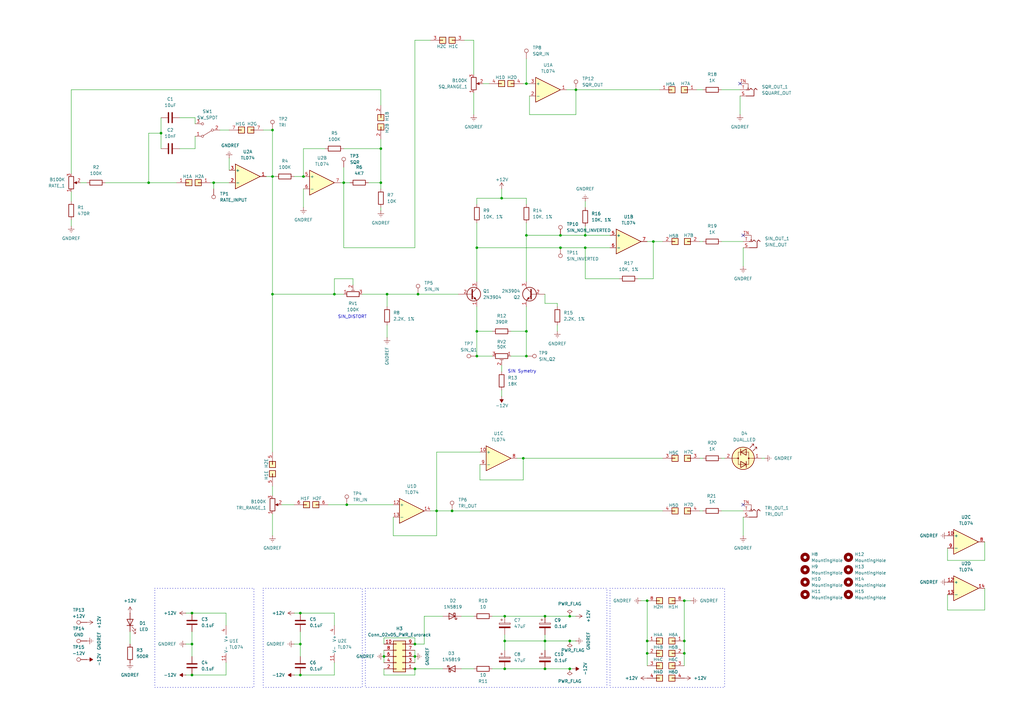
<source format=kicad_sch>
(kicad_sch (version 20231120) (generator "eeschema") (generator_version "8.0")
  (paper "A3")
  (junction (at 207.01 262.89))
  (junction (at 223.52 274.32))
  (junction (at 207.01 274.32))
  (junction (at 195.58 101.6))
  (junction (at 185.42 209.55))
  (junction (at 215.9 146.05))
  (junction (at 240.03 96.52))
  (junction (at 214.63 187.96))
  (junction (at 171.45 120.65))
  (junction (at 123.19 264.16))
  (junction (at 280.67 267.97))
  (junction (at 111.76 53.34))
  (junction (at 223.52 262.89))
  (junction (at 157.48 269.24))
  (junction (at 111.76 120.65))
  (junction (at 156.21 74.93))
  (junction (at 195.58 135.89))
  (junction (at 78.74 276.86))
  (junction (at 229.87 96.52))
  (junction (at 87.63 74.93))
  (junction (at 233.68 274.32))
  (junction (at 215.9 135.89))
  (junction (at 236.22 36.83))
  (junction (at 140.97 74.93))
  (junction (at 215.9 34.29))
  (junction (at 156.21 60.96))
  (junction (at 111.76 72.39))
  (junction (at 267.97 99.06))
  (junction (at 240.03 101.6))
  (junction (at 123.19 276.86))
  (junction (at 158.75 120.65))
  (junction (at 229.87 101.6))
  (junction (at 170.18 274.32))
  (junction (at 170.18 269.24))
  (junction (at 78.74 264.16))
  (junction (at 66.04 54.61))
  (junction (at 124.46 72.39))
  (junction (at 137.16 120.65))
  (junction (at 215.9 96.52))
  (junction (at 78.74 251.46))
  (junction (at 280.67 246.38))
  (junction (at 195.58 146.05))
  (junction (at 170.18 264.16))
  (junction (at 265.43 262.89))
  (junction (at 233.68 252.73))
  (junction (at 265.43 267.97))
  (junction (at 60.96 74.93))
  (junction (at 280.67 262.89))
  (junction (at 223.52 252.73))
  (junction (at 123.19 251.46))
  (junction (at 265.43 246.38))
  (junction (at 205.74 81.28))
  (junction (at 233.68 262.89))
  (junction (at 179.07 209.55))
  (junction (at 207.01 252.73))
  (junction (at 142.24 207.01))
  (no_connect (at 304.8 96.52))
  (no_connect (at 304.8 207.01))
  (no_connect (at 303.53 34.29))
  (wire (pts (xy 137.16 271.78) (xy 137.16 276.86)))
  (wire (pts (xy 215.9 125.73) (xy 215.9 135.89)))
  (wire (pts (xy 142.24 207.01) (xy 161.29 207.01)))
  (wire (pts (xy 287.02 99.06) (xy 288.29 99.06)))
  (wire (pts (xy 295.91 209.55) (xy 304.8 209.55)))
  (wire (pts (xy 76.2 251.46) (xy 78.74 251.46)))
  (wire (pts (xy 228.6 124.46) (xy 223.52 124.46)))
  (wire (pts (xy 156.21 74.93) (xy 156.21 77.47)))
  (wire (pts (xy 170.18 266.7) (xy 170.18 269.24)))
  (wire (pts (xy 205.74 160.02) (xy 205.74 162.56)))
  (wire (pts (xy 120.65 276.86) (xy 123.19 276.86)))
  (wire (pts (xy 115.57 207.01) (xy 120.65 207.01)))
  (wire (pts (xy 195.58 146.05) (xy 195.58 135.89)))
  (wire (pts (xy 111.76 199.39) (xy 111.76 203.2)))
  (wire (pts (xy 265.43 99.06) (xy 267.97 99.06)))
  (wire (pts (xy 214.63 187.96) (xy 212.09 187.96)))
  (wire (pts (xy 215.9 91.44) (xy 215.9 96.52)))
  (wire (pts (xy 173.99 252.73) (xy 181.61 252.73)))
  (wire (pts (xy 196.85 190.5) (xy 196.85 196.85)))
  (wire (pts (xy 185.42 209.55) (xy 271.78 209.55)))
  (wire (pts (xy 217.17 46.99) (xy 236.22 46.99)))
  (wire (pts (xy 312.42 187.96) (xy 313.69 187.96)))
  (wire (pts (xy 195.58 101.6) (xy 195.58 115.57)))
  (wire (pts (xy 207.01 262.89) (xy 207.01 266.7)))
  (wire (pts (xy 170.18 101.6) (xy 170.18 16.51)))
  (wire (pts (xy 137.16 114.3) (xy 137.16 120.65)))
  (wire (pts (xy 207.01 274.32) (xy 223.52 274.32)))
  (wire (pts (xy 240.03 101.6) (xy 240.03 114.3)))
  (wire (pts (xy 173.99 264.16) (xy 170.18 264.16)))
  (wire (pts (xy 140.97 68.58) (xy 140.97 74.93)))
  (wire (pts (xy 66.04 54.61) (xy 66.04 60.96)))
  (wire (pts (xy 144.78 116.84) (xy 144.78 114.3)))
  (wire (pts (xy 201.93 146.05) (xy 195.58 146.05)))
  (wire (pts (xy 158.75 138.43) (xy 158.75 133.35)))
  (wire (pts (xy 403.86 229.87) (xy 403.86 222.25)))
  (wire (pts (xy 195.58 91.44) (xy 195.58 101.6)))
  (wire (pts (xy 43.18 74.93) (xy 60.96 74.93)))
  (wire (pts (xy 90.17 53.34) (xy 93.98 53.34)))
  (wire (pts (xy 123.19 259.08) (xy 123.19 264.16)))
  (wire (pts (xy 170.18 276.86) (xy 170.18 274.32)))
  (wire (pts (xy 123.19 264.16) (xy 123.19 269.24)))
  (wire (pts (xy 215.9 34.29) (xy 217.17 34.29)))
  (wire (pts (xy 156.21 85.09) (xy 156.21 86.36)))
  (wire (pts (xy 140.97 101.6) (xy 170.18 101.6)))
  (wire (pts (xy 170.18 16.51) (xy 176.53 16.51)))
  (wire (pts (xy 233.68 252.73) (xy 236.22 252.73)))
  (wire (pts (xy 87.63 74.93) (xy 93.98 74.93)))
  (wire (pts (xy 86.36 74.93) (xy 87.63 74.93)))
  (wire (pts (xy 124.46 60.96) (xy 124.46 72.39)))
  (wire (pts (xy 265.43 246.38) (xy 265.43 262.89)))
  (wire (pts (xy 262.89 246.38) (xy 265.43 246.38)))
  (wire (pts (xy 229.87 96.52) (xy 240.03 96.52)))
  (wire (pts (xy 280.67 246.38) (xy 280.67 262.89)))
  (wire (pts (xy 240.03 114.3) (xy 254 114.3)))
  (wire (pts (xy 261.62 114.3) (xy 267.97 114.3)))
  (wire (pts (xy 295.91 187.96) (xy 297.18 187.96)))
  (wire (pts (xy 29.21 36.83) (xy 156.21 36.83)))
  (wire (pts (xy 194.31 16.51) (xy 190.5 16.51)))
  (wire (pts (xy 223.52 262.89) (xy 223.52 266.7)))
  (wire (pts (xy 215.9 96.52) (xy 229.87 96.52)))
  (wire (pts (xy 265.43 262.89) (xy 265.43 267.97)))
  (wire (pts (xy 196.85 185.42) (xy 179.07 185.42)))
  (wire (pts (xy 179.07 219.71) (xy 161.29 219.71)))
  (wire (pts (xy 189.23 252.73) (xy 194.31 252.73)))
  (wire (pts (xy 140.97 60.96) (xy 156.21 60.96)))
  (wire (pts (xy 195.58 83.82) (xy 195.58 81.28)))
  (wire (pts (xy 137.16 120.65) (xy 140.97 120.65)))
  (wire (pts (xy 223.52 124.46) (xy 223.52 120.65)))
  (wire (pts (xy 304.8 219.71) (xy 304.8 212.09)))
  (wire (pts (xy 137.16 251.46) (xy 137.16 256.54)))
  (wire (pts (xy 120.65 72.39) (xy 124.46 72.39)))
  (wire (pts (xy 78.74 264.16) (xy 76.2 264.16)))
  (wire (pts (xy 170.18 274.32) (xy 181.61 274.32)))
  (wire (pts (xy 53.34 264.16) (xy 53.34 259.08)))
  (wire (pts (xy 157.48 276.86) (xy 170.18 276.86)))
  (wire (pts (xy 80.01 50.8) (xy 80.01 48.26)))
  (wire (pts (xy 236.22 36.83) (xy 236.22 46.99)))
  (wire (pts (xy 111.76 72.39) (xy 113.03 72.39)))
  (wire (pts (xy 123.19 264.16) (xy 120.65 264.16)))
  (wire (pts (xy 403.86 241.3) (xy 403.86 250.19)))
  (wire (pts (xy 157.48 274.32) (xy 157.48 276.86)))
  (wire (pts (xy 194.31 46.99) (xy 194.31 38.1)))
  (wire (pts (xy 60.96 74.93) (xy 60.96 54.61)))
  (wire (pts (xy 66.04 48.26) (xy 66.04 54.61)))
  (wire (pts (xy 195.58 81.28) (xy 205.74 81.28)))
  (wire (pts (xy 236.22 36.83) (xy 270.51 36.83)))
  (wire (pts (xy 201.93 252.73) (xy 207.01 252.73)))
  (wire (pts (xy 109.22 72.39) (xy 111.76 72.39)))
  (wire (pts (xy 267.97 114.3) (xy 267.97 99.06)))
  (wire (pts (xy 92.71 271.78) (xy 92.71 276.86)))
  (wire (pts (xy 140.97 74.93) (xy 140.97 101.6)))
  (wire (pts (xy 78.74 264.16) (xy 78.74 269.24)))
  (wire (pts (xy 280.67 267.97) (xy 280.67 273.05)))
  (wire (pts (xy 157.48 261.62) (xy 157.48 264.16)))
  (wire (pts (xy 123.19 276.86) (xy 137.16 276.86)))
  (wire (pts (xy 207.01 260.35) (xy 207.01 262.89)))
  (wire (pts (xy 215.9 81.28) (xy 215.9 83.82)))
  (wire (pts (xy 170.18 261.62) (xy 157.48 261.62)))
  (wire (pts (xy 229.87 101.6) (xy 240.03 101.6)))
  (wire (pts (xy 133.35 60.96) (xy 124.46 60.96)))
  (wire (pts (xy 148.59 120.65) (xy 158.75 120.65)))
  (wire (pts (xy 80.01 60.96) (xy 80.01 55.88)))
  (wire (pts (xy 171.45 120.65) (xy 187.96 120.65)))
  (wire (pts (xy 288.29 187.96) (xy 287.02 187.96)))
  (wire (pts (xy 60.96 54.61) (xy 66.04 54.61)))
  (wire (pts (xy 215.9 146.05) (xy 215.9 135.89)))
  (wire (pts (xy 205.74 77.47) (xy 205.74 81.28)))
  (wire (pts (xy 267.97 99.06) (xy 271.78 99.06)))
  (wire (pts (xy 223.52 274.32) (xy 233.68 274.32)))
  (wire (pts (xy 33.02 74.93) (xy 35.56 74.93)))
  (wire (pts (xy 173.99 252.73) (xy 173.99 264.16)))
  (wire (pts (xy 304.8 109.22) (xy 304.8 101.6)))
  (wire (pts (xy 388.62 229.87) (xy 388.62 224.79)))
  (wire (pts (xy 158.75 120.65) (xy 171.45 120.65)))
  (wire (pts (xy 176.53 209.55) (xy 179.07 209.55)))
  (wire (pts (xy 215.9 24.13) (xy 215.9 34.29)))
  (wire (pts (xy 87.63 77.47) (xy 87.63 74.93)))
  (wire (pts (xy 196.85 196.85) (xy 214.63 196.85)))
  (wire (pts (xy 179.07 185.42) (xy 179.07 209.55)))
  (wire (pts (xy 111.76 53.34) (xy 111.76 72.39)))
  (wire (pts (xy 156.21 57.15) (xy 156.21 60.96)))
  (wire (pts (xy 73.66 60.96) (xy 80.01 60.96)))
  (wire (pts (xy 215.9 96.52) (xy 215.9 115.57)))
  (wire (pts (xy 157.48 266.7) (xy 157.48 269.24)))
  (wire (pts (xy 233.68 262.89) (xy 236.22 262.89)))
  (wire (pts (xy 205.74 149.86) (xy 205.74 152.4)))
  (wire (pts (xy 92.71 251.46) (xy 92.71 256.54)))
  (wire (pts (xy 285.75 36.83) (xy 288.29 36.83)))
  (wire (pts (xy 111.76 120.65) (xy 137.16 120.65)))
  (wire (pts (xy 214.63 196.85) (xy 214.63 187.96)))
  (wire (pts (xy 207.01 262.89) (xy 223.52 262.89)))
  (wire (pts (xy 240.03 92.71) (xy 240.03 96.52)))
  (wire (pts (xy 295.91 99.06) (xy 304.8 99.06)))
  (wire (pts (xy 223.52 262.89) (xy 233.68 262.89)))
  (wire (pts (xy 170.18 269.24) (xy 170.18 271.78)))
  (wire (pts (xy 189.23 274.32) (xy 194.31 274.32)))
  (wire (pts (xy 170.18 264.16) (xy 170.18 261.62)))
  (wire (pts (xy 207.01 252.73) (xy 223.52 252.73)))
  (wire (pts (xy 161.29 219.71) (xy 161.29 212.09)))
  (wire (pts (xy 78.74 276.86) (xy 92.71 276.86)))
  (wire (pts (xy 111.76 72.39) (xy 111.76 120.65)))
  (wire (pts (xy 107.95 53.34) (xy 111.76 53.34)))
  (wire (pts (xy 233.68 274.32) (xy 234.95 274.32)))
  (wire (pts (xy 120.65 251.46) (xy 123.19 251.46)))
  (wire (pts (xy 214.63 34.29) (xy 215.9 34.29)))
  (wire (pts (xy 201.93 274.32) (xy 207.01 274.32)))
  (wire (pts (xy 217.17 46.99) (xy 217.17 39.37)))
  (wire (pts (xy 156.21 60.96) (xy 156.21 74.93)))
  (wire (pts (xy 388.62 229.87) (xy 403.86 229.87)))
  (wire (pts (xy 134.62 207.01) (xy 142.24 207.01)))
  (wire (pts (xy 223.52 260.35) (xy 223.52 262.89)))
  (wire (pts (xy 195.58 125.73) (xy 195.58 135.89)))
  (wire (pts (xy 60.96 74.93) (xy 72.39 74.93)))
  (wire (pts (xy 111.76 120.65) (xy 111.76 185.42)))
  (wire (pts (xy 240.03 96.52) (xy 250.19 96.52)))
  (wire (pts (xy 228.6 125.73) (xy 228.6 124.46)))
  (wire (pts (xy 228.6 133.35) (xy 228.6 135.89)))
  (wire (pts (xy 123.19 251.46) (xy 137.16 251.46)))
  (wire (pts (xy 209.55 146.05) (xy 215.9 146.05)))
  (wire (pts (xy 195.58 135.89) (xy 201.93 135.89)))
  (wire (pts (xy 271.78 187.96) (xy 214.63 187.96)))
  (wire (pts (xy 139.7 74.93) (xy 140.97 74.93)))
  (wire (pts (xy 157.48 269.24) (xy 157.48 271.78)))
  (wire (pts (xy 205.74 81.28) (xy 215.9 81.28)))
  (wire (pts (xy 287.02 209.55) (xy 288.29 209.55)))
  (wire (pts (xy 78.74 251.46) (xy 92.71 251.46)))
  (wire (pts (xy 78.74 259.08) (xy 78.74 264.16)))
  (wire (pts (xy 295.91 36.83) (xy 303.53 36.83)))
  (wire (pts (xy 240.03 101.6) (xy 250.19 101.6)))
  (wire (pts (xy 179.07 209.55) (xy 185.42 209.55)))
  (wire (pts (xy 144.78 114.3) (xy 137.16 114.3)))
  (wire (pts (xy 140.97 74.93) (xy 143.51 74.93)))
  (wire (pts (xy 240.03 82.55) (xy 240.03 85.09)))
  (wire (pts (xy 283.21 246.38) (xy 280.67 246.38)))
  (wire (pts (xy 158.75 125.73) (xy 158.75 120.65)))
  (wire (pts (xy 93.98 64.77) (xy 93.98 69.85)))
  (wire (pts (xy 179.07 209.55) (xy 179.07 219.71)))
  (wire (pts (xy 29.21 92.71) (xy 29.21 90.17)))
  (wire (pts (xy 111.76 219.71) (xy 111.76 210.82)))
  (wire (pts (xy 265.43 267.97) (xy 265.43 273.05)))
  (wire (pts (xy 195.58 101.6) (xy 229.87 101.6)))
  (wire (pts (xy 151.13 74.93) (xy 156.21 74.93)))
  (wire (pts (xy 280.67 262.89) (xy 280.67 267.97)))
  (wire (pts (xy 29.21 78.74) (xy 29.21 82.55)))
  (wire (pts (xy 29.21 71.12) (xy 29.21 36.83)))
  (wire (pts (xy 223.52 252.73) (xy 233.68 252.73)))
  (wire (pts (xy 194.31 16.51) (xy 194.31 30.48)))
  (wire (pts (xy 388.62 250.19) (xy 388.62 243.84)))
  (wire (pts (xy 209.55 135.89) (xy 215.9 135.89)))
  (wire (pts (xy 232.41 36.83) (xy 236.22 36.83)))
  (wire (pts (xy 403.86 250.19) (xy 388.62 250.19)))
  (wire (pts (xy 76.2 276.86) (xy 78.74 276.86)))
  (wire (pts (xy 124.46 85.09) (xy 124.46 77.47)))
  (wire (pts (xy 303.53 46.99) (xy 303.53 39.37)))
  (wire (pts (xy 198.12 34.29) (xy 200.66 34.29)))
  (wire (pts (xy 73.66 48.26) (xy 80.01 48.26)))
  (wire (pts (xy 156.21 36.83) (xy 156.21 43.18)))
  (rectangle (start 149.86 241.3) (end 248.92 281.94) (stroke (width 0.25) (type dot)))
  (rectangle (start 250.19 241.3) (end 297.18 281.94) (stroke (width 0.25) (type dot)))
  (rectangle (start 63.5 241.3) (end 104.14 281.94) (stroke (width 0.25) (type dot)))
  (rectangle (start 107.95 241.3) (end 148.59 281.94) (stroke (width 0.25) (type dot)))
  (text "SIN Symetry" (at 214.122 152.4 0) (effects (font (size 1.27 1.27))))
  (text "SIN_DISTORT" (at 144.526 130.048 0) (effects (font (size 1.27 1.27))))
  (symbol (lib_id "Mechanical:MountingHole") (at 330.2 228.6 0) (unit 1) (exclude_from_sim yes) (in_bom no)
    (property "Reference" "H8" (at 332.74 227.3299 0) (effects (justify left)))
    (property "Value" "MountingHole" (at 332.74 229.8699 0) (effects (justify left)))
    (property "Footprint" "MountingHole:MountingHole_3.2mm_M3" (effects (hide yes)))
    (property "Description" "Mounting Hole without connection" (effects (hide yes)))
  )
  (symbol (lib_id "synth:R_Default") (at 198.12 274.32 90) (unit 1)
    (property "Reference" "R11" (at 198.12 279.4 90))
    (property "Value" "10" (at 198.12 276.86 90))
    (property "Footprint" "Synth:R_Default (DIN0207)" (effects (hide yes)))
    (property "Description" "Resistor" (effects (hide yes)))
  )
  (symbol (lib_id "synth:R_Default") (at 228.6 129.54 180) (unit 1)
    (property "Reference" "R15" (at 231.14 128.2699 0) (effects (justify right)))
    (property "Value" "2.2K, 1%" (at 231.14 130.8099 0) (effects (justify right)))
    (property "Footprint" "Synth:R_Default (DIN0207)" (effects (hide yes)))
    (property "Description" "Resistor" (effects (hide yes)))
  )
  (symbol (lib_id "power:GNDREF") (at 240.03 82.55 180) (unit 1)
    (property "Reference" "#PWR024" (effects (hide yes)))
    (property "Value" "GNDREF" (at 240.03 77.47 0))
    (property "Description" "Power symbol creates a global label with name \"GNDREF\" , reference supply ground" (effects (hide yes)))
  )
  (symbol (lib_id "synth:R_Default") (at 292.1 36.83 90) (unit 1)
    (property "Reference" "R18" (at 292.1 30.48 90))
    (property "Value" "1K" (at 292.1 33.02 90))
    (property "Footprint" "Synth:R_Default (DIN0207)" (effects (hide yes)))
    (property "Description" "Resistor" (effects (hide yes)))
  )
  (symbol (lib_id "Connector:TestPoint") (at 215.9 146.05 270) (unit 1)
    (property "Reference" "TP9" (at 220.98 144.7799 90) (effects (justify left)))
    (property "Value" "SIN_Q2" (at 220.98 147.3199 90) (effects (justify left)))
    (property "Footprint" "Connector_Pin:Pin_D1.0mm_L10.0mm" (effects (hide yes)))
    (property "Description" "test point" (effects (hide yes)))
  )
  (symbol (lib_id "Amplifier_Operational:TL074") (at 224.79 36.83 0) (unit 1)
    (property "Reference" "U1" (at 224.79 26.67 0))
    (property "Value" "TL074" (at 224.79 29.21 0))
    (property "Footprint" "Package_DIP:DIP-14_W7.62mm_Socket_LongPads" (effects (hide yes)))
    (property "Datasheet" "http://www.ti.com/lit/ds/symlink/tl071.pdf" (effects (hide yes)))
    (property "Description" "Quad Low-Noise JFET-Input Operational Amplifiers, DIP-14/SOIC-14" (effects (hide yes)))
  )
  (symbol (lib_id "synth:PinHeader_01x08") (at 205.74 34.29 0) (unit 4)
    (property "Reference" "H1" (at 203.2 31.75 0) (effects (justify left)))
    (property "Value" "PinHeader_01x08" (effects (hide yes)))
    (property "Footprint" "Synth:PinHeader_1x08_P2.54mm_Vertical" (effects (hide yes)))
    (property "Description" "Generic connector, single row, 01x01, script generated (kicad-library-utils/schlib/autogen/connector/)" (effects (hide yes)))
  )
  (symbol (lib_id "power:GNDREF") (at 124.46 85.09 0) (unit 1)
    (property "Reference" "#PWR012" (effects (hide yes)))
    (property "Value" "GNDREF" (at 124.46 90.17 0))
    (property "Description" "Power symbol creates a global label with name \"GNDREF\" , reference supply ground" (effects (hide yes)))
  )
  (symbol (lib_id "Connector:TestPoint") (at 35.56 262.89 90) (unit 1)
    (property "Reference" "TP14" (at 32.258 257.81 90))
    (property "Value" "GND" (at 32.258 260.35 90))
    (property "Footprint" "Connector_Pin:Pin_D1.0mm_L10.0mm" (effects (hide yes)))
    (property "Description" "test point" (effects (hide yes)))
  )
  (symbol (lib_id "synth:R_Default") (at 39.37 74.93 90) (unit 1)
    (property "Reference" "R2" (at 39.37 68.58 90))
    (property "Value" "100K" (at 39.37 71.12 90))
    (property "Footprint" "Synth:R_Default (DIN0207)" (effects (hide yes)))
    (property "Description" "Resistor" (effects (hide yes)))
  )
  (symbol (lib_id "power:+12V") (at 76.2 251.46 90) (unit 1)
    (property "Reference" "#PWR04" (effects (hide yes)))
    (property "Value" "+12V" (at 72.39 251.46 90) (effects (justify left)))
    (property "Description" "Power symbol creates a global label with name \"+12V\"" (effects (hide yes)))
  )
  (symbol (lib_id "Connector:TestPoint") (at 229.87 101.6 180) (unit 1)
    (property "Reference" "TP11" (at 232.41 103.6319 0) (effects (justify right)))
    (property "Value" "SIN_INVERTED" (at 232.41 106.1719 0) (effects (justify right)))
    (property "Footprint" "Connector_Pin:Pin_D1.0mm_L10.0mm" (effects (hide yes)))
    (property "Description" "test point" (effects (hide yes)))
  )
  (symbol (lib_id "synth:R_Default") (at 240.03 88.9 180) (unit 1)
    (property "Reference" "R16" (at 242.57 87.6299 0) (effects (justify right)))
    (property "Value" "10K, 1%" (at 242.57 90.1699 0) (effects (justify right)))
    (property "Footprint" "Synth:R_Default (DIN0207)" (effects (hide yes)))
    (property "Description" "Resistor" (effects (hide yes)))
  )
  (symbol (lib_id "Transistor_BJT:2N3904") (at 193.04 120.65 0) (unit 1)
    (property "Reference" "Q1" (at 198.12 119.3799 0) (effects (justify left)))
    (property "Value" "2N3904" (at 198.12 121.9199 0) (effects (justify left)))
    (property "Footprint" "Package_TO_SOT_THT:TO-92_HandSolder" (effects (hide yes)))
    (property "Datasheet" "https://www.onsemi.com/pub/Collateral/2N3903-D.PDF" (effects (hide yes)))
    (property "Description" "0.2A Ic, 40V Vce, Small Signal NPN Transistor, TO-92" (effects (hide yes)))
  )
  (symbol (lib_id "synth:PinSocket_01x08") (at 81.28 74.93 180) (unit 1)
    (property "Reference" "H2" (at 81.788 72.39 0))
    (property "Value" "PinSocket_01x08" (effects (hide yes)))
    (property "Footprint" "Synth:PinSocket_1x08_P2.54mm_Vertical" (effects (hide yes)))
    (property "Description" "Generic connector, single row, 01x01, script generated (kicad-library-utils/schlib/autogen/connector/)" (effects (hide yes)))
  )
  (symbol (lib_id "Device:C") (at 123.19 273.05 0) (unit 1)
    (property "Reference" "C6" (at 127 271.7799 0) (effects (justify left)))
    (property "Value" "0.1uF" (at 127 274.3199 0) (effects (justify left)))
    (property "Footprint" "Capacitor_THT:C_Disc_D5.0mm_W2.5mm_P5.00mm" (effects (hide yes)))
    (property "Description" "Unpolarized capacitor" (effects (hide yes)))
  )
  (symbol (lib_id "synth:C_1uF (MKS)") (at 69.85 48.26 90) (unit 1)
    (property "Reference" "C1" (at 69.85 40.64 90))
    (property "Value" "10uF" (at 69.85 43.18 90))
    (property "Footprint" "Synth:C_RECT_MKT_1uF" (effects (hide yes)))
    (property "Description" "Unpolarized capacitor" (effects (hide yes)))
  )
  (symbol (lib_id "synth:R_Default") (at 116.84 72.39 90) (unit 1)
    (property "Reference" "R4" (at 116.84 66.04 90))
    (property "Value" "100K" (at 116.84 68.58 90))
    (property "Footprint" "Synth:R_Default (DIN0207)" (effects (hide yes)))
    (property "Description" "Resistor" (effects (hide yes)))
  )
  (symbol (lib_id "synth:PinSocket_01x04") (at 276.86 99.06 0) (unit 2)
    (property "Reference" "H5" (at 274.32 96.774 0) (effects (justify left)))
    (property "Value" "PinSocket_01x04" (effects (hide yes)))
    (property "Footprint" "Synth:PinSocket_1x04_P2.54mm_Vertical" (effects (hide yes)))
    (property "Description" "Generic connector, single row, 01x01, script generated (kicad-library-utils/schlib/autogen/connector/)" (effects (hide yes)))
  )
  (symbol (lib_id "synth:PinHeader_01x08") (at 185.42 16.51 180) (unit 3)
    (property "Reference" "H1" (at 187.96 19.05 0) (effects (justify left)))
    (property "Value" "PinHeader_01x08" (effects (hide yes)))
    (property "Footprint" "Synth:PinHeader_1x08_P2.54mm_Vertical" (effects (hide yes)))
    (property "Description" "Generic connector, single row, 01x01, script generated (kicad-library-utils/schlib/autogen/connector/)" (effects (hide yes)))
  )
  (symbol (lib_id "Connector:TestPoint") (at 236.22 36.83 0) (unit 1)
    (property "Reference" "TP12" (at 238.76 32.2579 0) (effects (justify left)))
    (property "Value" "SQR_OUT" (at 238.76 34.7979 0) (effects (justify left)))
    (property "Footprint" "Connector_Pin:Pin_D1.0mm_L10.0mm" (effects (hide yes)))
    (property "Description" "test point" (effects (hide yes)))
  )
  (symbol (lib_id "Connector:TestPoint") (at 229.87 96.52 0) (unit 1)
    (property "Reference" "TP10" (at 232.41 91.9479 0) (effects (justify left)))
    (property "Value" "SIN_NON_INVERTED" (at 232.41 94.4879 0) (effects (justify left)))
    (property "Footprint" "Connector_Pin:Pin_D1.0mm_L10.0mm" (effects (hide yes)))
    (property "Description" "test point" (effects (hide yes)))
  )
  (symbol (lib_id "Device:C_Polarized") (at 223.52 256.54 0) (unit 1)
    (property "Reference" "C9" (at 227.33 254.381 0) (effects (justify left)))
    (property "Value" "0.1uF" (at 227.33 256.921 0) (effects (justify left)))
    (property "Footprint" "Capacitor_THT:CP_Radial_D4.0mm_P2.00mm" (effects (hide yes)))
    (property "Description" "Polarized capacitor" (effects (hide yes)))
  )
  (symbol (lib_id "synth:PinHeader_01x08") (at 125.73 207.01 0) (unit 6)
    (property "Reference" "H1" (at 123.19 204.47 0) (effects (justify left)))
    (property "Value" "PinHeader_01x08" (effects (hide yes)))
    (property "Footprint" "Synth:PinHeader_1x08_P2.54mm_Vertical" (effects (hide yes)))
    (property "Description" "Generic connector, single row, 01x01, script generated (kicad-library-utils/schlib/autogen/connector/)" (effects (hide yes)))
  )
  (symbol (lib_id "synth:R_Default") (at 137.16 60.96 90) (unit 1)
    (property "Reference" "R5" (at 137.16 54.61 90))
    (property "Value" "100K" (at 137.16 57.15 90))
    (property "Footprint" "Synth:R_Default (DIN0207)" (effects (hide yes)))
    (property "Description" "Resistor" (effects (hide yes)))
  )
  (symbol (lib_id "power:GNDREF") (at 283.21 246.38 90) (unit 1)
    (property "Reference" "#PWR026" (effects (hide yes)))
    (property "Value" "GNDREF" (at 287.02 246.3799 90) (effects (justify right)))
    (property "Description" "Power symbol creates a global label with name \"GNDREF\" , reference supply ground" (effects (hide yes)))
  )
  (symbol (lib_id "synth:PinSocket_01x04") (at 275.59 262.89 180) (unit 1)
    (property "Reference" "H6" (at 276.098 260.35 0))
    (property "Value" "PinSocket_01x04" (effects (hide yes)))
    (property "Footprint" "Synth:PinSocket_1x04_P2.54mm_Vertical" (effects (hide yes)))
    (property "Description" "Generic connector, single row, 01x01, script generated (kicad-library-utils/schlib/autogen/connector/)" (effects (hide yes)))
  )
  (symbol (lib_id "synth:PinSocket_01x04") (at 275.59 267.97 180) (unit 2)
    (property "Reference" "H6" (at 276.098 265.43 0))
    (property "Value" "PinSocket_01x04" (effects (hide yes)))
    (property "Footprint" "Synth:PinSocket_1x04_P2.54mm_Vertical" (effects (hide yes)))
    (property "Description" "Generic connector, single row, 01x01, script generated (kicad-library-utils/schlib/autogen/connector/)" (effects (hide yes)))
  )
  (symbol (lib_id "synth:SW_SPDT") (at 85.09 53.34 180) (unit 1)
    (property "Reference" "SW1" (at 85.09 45.72 0))
    (property "Value" "SW_SPDT" (at 85.09 48.26 0))
    (property "Footprint" "Synth:SW_default" (effects (hide yes)))
    (property "Description" "Switch, single pole double throw" (effects (hide yes)))
  )
  (symbol (lib_id "synth:R_Default") (at 158.75 129.54 0) (unit 1)
    (property "Reference" "R8" (at 161.29 128.2699 0) (effects (justify left)))
    (property "Value" "2.2K, 1%" (at 161.29 130.8099 0) (effects (justify left)))
    (property "Footprint" "Synth:R_Default (DIN0207)" (effects (hide yes)))
    (property "Description" "Resistor" (effects (hide yes)))
  )
  (symbol (lib_id "synth:PinSocket_01x08") (at 156.21 52.07 90) (unit 2)
    (property "Reference" "H2" (at 158.75 52.578 0))
    (property "Value" "PinSocket_01x08" (effects (hide yes)))
    (property "Footprint" "Synth:PinSocket_1x08_P2.54mm_Vertical" (effects (hide yes)))
    (property "Description" "Generic connector, single row, 01x01, script generated (kicad-library-utils/schlib/autogen/connector/)" (effects (hide yes)))
  )
  (symbol (lib_id "power:GNDREF") (at 93.98 64.77 180) (unit 1)
    (property "Reference" "#PWR07" (effects (hide yes)))
    (property "Value" "GNDREF" (at 94.488 59.69 0))
    (property "Description" "Power symbol creates a global label with name \"GNDREF\" , reference supply ground" (effects (hide yes)))
  )
  (symbol (lib_id "synth:R_Default") (at 198.12 252.73 90) (unit 1)
    (property "Reference" "R10" (at 198.12 246.38 90))
    (property "Value" "10" (at 198.12 248.92 90))
    (property "Footprint" "Synth:R_Default (DIN0207)" (effects (hide yes)))
    (property "Description" "Resistor" (effects (hide yes)))
  )
  (symbol (lib_id "power:+12V") (at 265.43 278.13 90) (unit 1)
    (property "Reference" "#PWR033" (effects (hide yes)))
    (property "Value" "+12V" (at 261.62 278.1299 90) (effects (justify left)))
    (property "Description" "Power symbol creates a global label with name \"+12V\"" (effects (hide yes)))
  )
  (symbol (lib_id "synth:PinSocket_01x08") (at 181.61 16.51 0) (unit 3)
    (property "Reference" "H2" (at 181.102 19.05 0))
    (property "Value" "PinSocket_01x08" (effects (hide yes)))
    (property "Footprint" "Synth:PinSocket_1x08_P2.54mm_Vertical" (effects (hide yes)))
    (property "Description" "Generic connector, single row, 01x01, script generated (kicad-library-utils/schlib/autogen/connector/)" (effects (hide yes)))
  )
  (symbol (lib_id "Mechanical:MountingHole") (at 330.2 243.84 0) (unit 1) (exclude_from_sim yes) (in_bom no)
    (property "Reference" "H11" (at 332.74 242.5699 0) (effects (justify left)))
    (property "Value" "MountingHole" (at 332.74 245.1099 0) (effects (justify left)))
    (property "Footprint" "MountingHole:MountingHole_3.2mm_M3" (effects (hide yes)))
    (property "Description" "Mounting Hole without connection" (effects (hide yes)))
  )
  (symbol (lib_id "Mechanical:MountingHole") (at 330.2 238.76 0) (unit 1) (exclude_from_sim yes) (in_bom no)
    (property "Reference" "H10" (at 332.74 237.4899 0) (effects (justify left)))
    (property "Value" "MountingHole" (at 332.74 240.0299 0) (effects (justify left)))
    (property "Footprint" "MountingHole:MountingHole_3.2mm_M3" (effects (hide yes)))
    (property "Description" "Mounting Hole without connection" (effects (hide yes)))
  )
  (symbol (lib_id "power:+12V") (at 35.56 255.27 270) (unit 1)
    (property "Reference" "#PWR035" (effects (hide yes)))
    (property "Value" "+12V" (at 40.64 255.27 0))
    (property "Description" "Power symbol creates a global label with name \"+12V\"" (effects (hide yes)))
  )
  (symbol (lib_id "synth:AudioJack_Mono_3.5mm") (at 309.88 99.06 180) (unit 1)
    (property "Reference" "SIN_OUT_1" (at 313.69 97.8534 0) (effects (justify right)))
    (property "Value" "SINE_OUT" (at 313.69 100.3934 0) (effects (justify right)))
    (property "Footprint" "Synth:Jack_3.5mm_QingPu_WQP-PJ398SM_Vertical_CircularHoles" (effects (hide yes)))
    (property "Description" "Audio Jack, 2 Poles (Mono / TS), Switched T Pole (Normalling)" (effects (hide yes)))
  )
  (symbol (lib_id "synth:PinSocket_01x04") (at 275.59 273.05 180) (unit 3)
    (property "Reference" "H6" (at 276.098 270.51 0))
    (property "Value" "PinSocket_01x04" (effects (hide yes)))
    (property "Footprint" "Synth:PinSocket_1x04_P2.54mm_Vertical" (effects (hide yes)))
    (property "Description" "Generic connector, single row, 01x01, script generated (kicad-library-utils/schlib/autogen/connector/)" (effects (hide yes)))
  )
  (symbol (lib_id "power:GNDREF") (at 228.6 135.89 0) (unit 1)
    (property "Reference" "#PWR020" (effects (hide yes)))
    (property "Value" "GNDREF" (at 228.6 140.97 0))
    (property "Description" "Power symbol creates a global label with name \"GNDREF\" , reference supply ground" (effects (hide yes)))
  )
  (symbol (lib_id "synth:PinHeader_01x04") (at 281.94 99.06 180) (unit 2)
    (property "Reference" "H7" (at 282.448 96.52 0))
    (property "Value" "PinHeader_01x04" (effects (hide yes)))
    (property "Footprint" "Synth:PinHeader_1x04_P2.54mm_Vertical" (effects (hide yes)))
    (property "Description" "Generic connector, single row, 01x01, script generated (kicad-library-utils/schlib/autogen/connector/)" (effects (hide yes)))
  )
  (symbol (lib_id "power:-12V") (at 76.2 276.86 90) (unit 1)
    (property "Reference" "#PWR06" (effects (hide yes)))
    (property "Value" "-12V" (at 72.39 276.86 90) (effects (justify left)))
    (property "Description" "Power symbol creates a global label with name \"-12V\"" (effects (hide yes)))
  )
  (symbol (lib_id "Amplifier_Operational:TL074") (at 396.24 241.3 0) (unit 4)
    (property "Reference" "U2" (at 396.24 231.14 0))
    (property "Value" "TL074" (at 396.24 233.68 0))
    (property "Footprint" "Package_DIP:DIP-14_W7.62mm_Socket_LongPads" (effects (hide yes)))
    (property "Datasheet" "http://www.ti.com/lit/ds/symlink/tl071.pdf" (effects (hide yes)))
    (property "Description" "Quad Low-Noise JFET-Input Operational Amplifiers, DIP-14/SOIC-14" (effects (hide yes)))
  )
  (symbol (lib_id "synth:R_Default") (at 195.58 87.63 0) (unit 1)
    (property "Reference" "R9" (at 198.12 86.3599 0) (effects (justify left)))
    (property "Value" "10K, 1%" (at 198.12 88.8999 0) (effects (justify left)))
    (property "Footprint" "Synth:R_Default (DIN0207)" (effects (hide yes)))
    (property "Description" "Resistor" (effects (hide yes)))
  )
  (symbol (lib_id "power:PWR_FLAG") (at 233.68 262.89 180) (unit 1)
    (property "Reference" "#FLG02" (effects (hide yes)))
    (property "Value" "PWR_FLAG" (at 234.95 266.7 0))
    (property "Description" "Special symbol for telling ERC where power comes from" (effects (hide yes)))
  )
  (symbol (lib_id "power:PWR_FLAG") (at 233.68 252.73 0) (unit 1)
    (property "Reference" "#FLG01" (effects (hide yes)))
    (property "Value" "PWR_FLAG" (at 233.68 247.65 0))
    (property "Description" "Special symbol for telling ERC where power comes from" (effects (hide yes)))
  )
  (symbol (lib_id "power:GNDREF") (at 262.89 246.38 270) (unit 1)
    (property "Reference" "#PWR025" (effects (hide yes)))
    (property "Value" "GNDREF" (at 259.08 246.3799 90) (effects (justify right)))
    (property "Description" "Power symbol creates a global label with name \"GNDREF\" , reference supply ground" (effects (hide yes)))
  )
  (symbol (lib_id "Connector:TestPoint") (at 140.97 68.58 0) (unit 1)
    (property "Reference" "TP3" (at 143.51 64.0079 0) (effects (justify left)))
    (property "Value" "SQR" (at 143.51 66.5479 0) (effects (justify left)))
    (property "Footprint" "Connector_Pin:Pin_D1.0mm_L10.0mm" (effects (hide yes)))
    (property "Description" "test point" (effects (hide yes)))
  )
  (symbol (lib_id "Mechanical:MountingHole") (at 347.98 233.68 0) (unit 1) (exclude_from_sim yes) (in_bom no)
    (property "Reference" "H13" (at 350.52 232.4099 0) (effects (justify left)))
    (property "Value" "MountingHole" (at 350.52 234.9499 0) (effects (justify left)))
    (property "Footprint" "MountingHole:MountingHole_3.2mm_M3" (effects (hide yes)))
    (property "Description" "Mounting Hole without connection" (effects (hide yes)))
  )
  (symbol (lib_id "synth:R_Default") (at 292.1 209.55 90) (unit 1)
    (property "Reference" "R21" (at 291.846 203.454 90))
    (property "Value" "1K" (at 292.1 205.74 90))
    (property "Footprint" "Synth:R_Default (DIN0207)" (effects (hide yes)))
    (property "Description" "Resistor" (effects (hide yes)))
  )
  (symbol (lib_id "Mechanical:MountingHole") (at 347.98 238.76 0) (unit 1) (exclude_from_sim yes) (in_bom no)
    (property "Reference" "H14" (at 350.52 237.4899 0) (effects (justify left)))
    (property "Value" "MountingHole" (at 350.52 240.0299 0) (effects (justify left)))
    (property "Footprint" "MountingHole:MountingHole_3.2mm_M3" (effects (hide yes)))
    (property "Description" "Mounting Hole without connection" (effects (hide yes)))
  )
  (symbol (lib_id "synth:PinHeader_01x08") (at 111.76 194.31 90) (unit 5)
    (property "Reference" "H1" (at 109.22 196.85 0) (effects (justify left)))
    (property "Value" "PinHeader_01x08" (effects (hide yes)))
    (property "Footprint" "Synth:PinHeader_1x08_P2.54mm_Vertical" (effects (hide yes)))
    (property "Description" "Generic connector, single row, 01x01, script generated (kicad-library-utils/schlib/autogen/connector/)" (effects (hide yes)))
  )
  (symbol (lib_id "synth:R_Potentiometer (P0915N)") (at 111.76 207.01 0) (mirror x) (unit 1)
    (property "Reference" "TRI_RANGE_1" (at 109.22 208.2801 0) (effects (justify right)))
    (property "Value" "B100K" (at 109.22 205.7401 0) (effects (justify right)))
    (property "Footprint" "Synth:Potentiometer_TT_P0915N" (effects (hide yes)))
    (property "Description" "Potentiometer" (effects (hide yes)))
  )
  (symbol (lib_id "synth:R_Potentiometer_Trim (Bourns)") (at 144.78 120.65 90) (unit 1)
    (property "Reference" "RV1" (at 144.78 124.46 90))
    (property "Value" "100K" (at 144.78 127 90))
    (property "Footprint" "Potentiometer_THT:Potentiometer_Bourns_3296W_Vertical" (effects (hide yes)))
    (property "Description" "Trim-potentiometer" (effects (hide yes)))
  )
  (symbol (lib_id "Amplifier_Operational:TL074") (at 257.81 99.06 0) (unit 2)
    (property "Reference" "U1" (at 257.81 88.9 0))
    (property "Value" "TL074" (at 257.81 91.44 0))
    (property "Footprint" "Package_DIP:DIP-14_W7.62mm_Socket_LongPads" (effects (hide yes)))
    (property "Datasheet" "http://www.ti.com/lit/ds/symlink/tl071.pdf" (effects (hide yes)))
    (property "Description" "Quad Low-Noise JFET-Input Operational Amplifiers, DIP-14/SOIC-14" (effects (hide yes)))
  )
  (symbol (lib_id "Connector:TestPoint") (at 111.76 53.34 0) (unit 1)
    (property "Reference" "TP2" (at 114.3 48.7679 0) (effects (justify left)))
    (property "Value" "TRI" (at 114.3 51.3079 0) (effects (justify left)))
    (property "Footprint" "Connector_Pin:Pin_D1.0mm_L10.0mm" (effects (hide yes)))
    (property "Description" "test point" (effects (hide yes)))
  )
  (symbol (lib_id "Connector:TestPoint") (at 195.58 146.05 90) (unit 1)
    (property "Reference" "TP7" (at 192.278 140.97 90))
    (property "Value" "SIN_Q1" (at 192.278 143.51 90))
    (property "Footprint" "Connector_Pin:Pin_D1.0mm_L10.0mm" (effects (hide yes)))
    (property "Description" "test point" (effects (hide yes)))
  )
  (symbol (lib_id "power:GNDREF") (at 120.65 264.16 270) (unit 1)
    (property "Reference" "#PWR010" (effects (hide yes)))
    (property "Value" "GNDREF" (at 116.84 264.16 90) (effects (justify right)))
    (property "Description" "Power symbol creates a global label with name \"GNDREF\" , reference supply ground" (effects (hide yes)))
  )
  (symbol (lib_id "Connector:TestPoint") (at 35.56 270.51 90) (unit 1)
    (property "Reference" "TP15" (at 32.258 265.43 90))
    (property "Value" "-12V" (at 32.258 267.97 90))
    (property "Footprint" "Connector_Pin:Pin_D1.0mm_L10.0mm" (effects (hide yes)))
    (property "Description" "test point" (effects (hide yes)))
  )
  (symbol (lib_id "power:+12V") (at 280.67 278.13 270) (unit 1)
    (property "Reference" "#PWR034" (effects (hide yes)))
    (property "Value" "+12V" (at 284.48 278.1299 90) (effects (justify left)))
    (property "Description" "Power symbol creates a global label with name \"+12V\"" (effects (hide yes)))
  )
  (symbol (lib_id "power:GNDREF") (at 76.2 264.16 270) (unit 1)
    (property "Reference" "#PWR05" (effects (hide yes)))
    (property "Value" "GNDREF" (at 72.39 264.16 90) (effects (justify right)))
    (property "Description" "Power symbol creates a global label with name \"GNDREF\" , reference supply ground" (effects (hide yes)))
  )
  (symbol (lib_id "Device:C") (at 123.19 255.27 0) (unit 1)
    (property "Reference" "C5" (at 127 253.9999 0) (effects (justify left)))
    (property "Value" "0.1uF" (at 127 256.5399 0) (effects (justify left)))
    (property "Footprint" "Capacitor_THT:C_Disc_D5.0mm_W2.5mm_P5.00mm" (effects (hide yes)))
    (property "Description" "Unpolarized capacitor" (effects (hide yes)))
  )
  (symbol (lib_id "power:PWR_FLAG") (at 233.68 274.32 180) (unit 1)
    (property "Reference" "#FLG03" (effects (hide yes)))
    (property "Value" "PWR_FLAG" (at 233.68 279.4 0))
    (property "Description" "Special symbol for telling ERC where power comes from" (effects (hide yes)))
  )
  (symbol (lib_id "synth:R_Default") (at 53.34 267.97 0) (unit 1)
    (property "Reference" "R3" (at 55.88 266.6999 0) (effects (justify left)))
    (property "Value" "500R" (at 55.88 269.2399 0) (effects (justify left)))
    (property "Footprint" "Synth:R_Default (DIN0207)" (effects (hide yes)))
    (property "Description" "Resistor" (effects (hide yes)))
  )
  (symbol (lib_id "synth:PinHeader_01x04") (at 270.51 262.89 0) (unit 1)
    (property "Reference" "H4" (at 267.97 260.35 0) (effects (justify left)))
    (property "Value" "PinHeader_01x04" (effects (hide yes)))
    (property "Footprint" "Synth:PinHeader_1x04_P2.54mm_Vertical" (effects (hide yes)))
    (property "Description" "Generic connector, single row, 01x01, script generated (kicad-library-utils/schlib/autogen/connector/)" (effects (hide yes)))
  )
  (symbol (lib_id "synth:D_Schottky (1N5819)") (at 185.42 252.73 180) (unit 1)
    (property "Reference" "D2" (at 185.7375 246.38 0))
    (property "Value" "1N5819" (at 185.7375 248.92 0))
    (property "Footprint" "Synth:D_DO-41_SOD81_P10.16mm_Horizontal" (effects (hide yes)))
    (property "Datasheet" "http://www.vishay.com/docs/88525/1n5817.pdf" (effects (hide yes)))
    (property "Description" "40V 1A Schottky Barrier Rectifier Diode, DO-41" (effects (hide yes)))
  )
  (symbol (lib_id "synth:PinSocket_01x08") (at 270.51 246.38 0) (unit 8)
    (property "Reference" "H2" (at 270.002 248.92 0))
    (property "Value" "PinSocket_01x08" (effects (hide yes)))
    (property "Footprint" "Synth:PinSocket_1x08_P2.54mm_Vertical" (effects (hide yes)))
    (property "Description" "Generic connector, single row, 01x01, script generated (kicad-library-utils/schlib/autogen/connector/)" (effects (hide yes)))
  )
  (symbol (lib_id "synth:PinHeader_01x04") (at 281.94 187.96 180) (unit 3)
    (property "Reference" "H7" (at 282.448 185.42 0))
    (property "Value" "PinHeader_01x04" (effects (hide yes)))
    (property "Footprint" "Synth:PinHeader_1x04_P2.54mm_Vertical" (effects (hide yes)))
    (property "Description" "Generic connector, single row, 01x01, script generated (kicad-library-utils/schlib/autogen/connector/)" (effects (hide yes)))
  )
  (symbol (lib_id "synth:R_Default") (at 257.81 114.3 90) (unit 1)
    (property "Reference" "R17" (at 257.81 107.95 90))
    (property "Value" "10K, 1%" (at 257.81 110.49 90))
    (property "Footprint" "Synth:R_Default (DIN0207)" (effects (hide yes)))
    (property "Description" "Resistor" (effects (hide yes)))
  )
  (symbol (lib_id "Amplifier_Operational:TL074") (at 168.91 209.55 0) (unit 4)
    (property "Reference" "U1" (at 168.91 199.39 0))
    (property "Value" "TL074" (at 168.91 201.93 0))
    (property "Footprint" "Package_DIP:DIP-14_W7.62mm_Socket_LongPads" (effects (hide yes)))
    (property "Datasheet" "http://www.ti.com/lit/ds/symlink/tl071.pdf" (effects (hide yes)))
    (property "Description" "Quad Low-Noise JFET-Input Operational Amplifiers, DIP-14/SOIC-14" (effects (hide yes)))
  )
  (symbol (lib_id "Mechanical:MountingHole") (at 347.98 228.6 0) (unit 1) (exclude_from_sim yes) (in_bom no)
    (property "Reference" "H12" (at 350.52 227.3299 0) (effects (justify left)))
    (property "Value" "MountingHole" (at 350.52 229.8699 0) (effects (justify left)))
    (property "Footprint" "MountingHole:MountingHole_3.2mm_M3" (effects (hide yes)))
    (property "Description" "Mounting Hole without connection" (effects (hide yes)))
  )
  (symbol (lib_id "synth:PinHeader_01x04") (at 270.51 278.13 0) (unit 4)
    (property "Reference" "H4" (at 267.97 275.59 0) (effects (justify left)))
    (property "Value" "PinHeader_01x04" (effects (hide yes)))
    (property "Footprint" "Synth:PinHeader_1x04_P2.54mm_Vertical" (effects (hide yes)))
    (property "Description" "Generic connector, single row, 01x01, script generated (kicad-library-utils/schlib/autogen/connector/)" (effects (hide yes)))
  )
  (symbol (lib_id "Mechanical:MountingHole") (at 330.2 233.68 0) (unit 1) (exclude_from_sim yes) (in_bom no)
    (property "Reference" "H9" (at 332.74 232.4099 0) (effects (justify left)))
    (property "Value" "MountingHole" (at 332.74 234.9499 0) (effects (justify left)))
    (property "Footprint" "MountingHole:MountingHole_3.2mm_M3" (effects (hide yes)))
    (property "Description" "Mounting Hole without connection" (effects (hide yes)))
  )
  (symbol (lib_id "Amplifier_Operational:TL074") (at 101.6 72.39 0) (unit 1)
    (property "Reference" "U2" (at 101.6 62.23 0))
    (property "Value" "TL074" (at 101.6 64.77 0))
    (property "Footprint" "Package_DIP:DIP-14_W7.62mm_Socket_LongPads" (effects (hide yes)))
    (property "Datasheet" "http://www.ti.com/lit/ds/symlink/tl071.pdf" (effects (hide yes)))
    (property "Description" "Quad Low-Noise JFET-Input Operational Amplifiers, DIP-14/SOIC-14" (effects (hide yes)))
  )
  (symbol (lib_id "synth:PinSocket_01x04") (at 275.59 278.13 180) (unit 4)
    (property "Reference" "H6" (at 276.098 275.59 0))
    (property "Value" "PinSocket_01x04" (effects (hide yes)))
    (property "Footprint" "Synth:PinSocket_1x04_P2.54mm_Vertical" (effects (hide yes)))
    (property "Description" "Generic connector, single row, 01x01, script generated (kicad-library-utils/schlib/autogen/connector/)" (effects (hide yes)))
  )
  (symbol (lib_id "Connector:TestPoint") (at 35.56 255.27 90) (unit 1)
    (property "Reference" "TP13" (at 32.258 250.19 90))
    (property "Value" "+12V" (at 32.258 252.73 90))
    (property "Footprint" "Connector_Pin:Pin_D1.0mm_L10.0mm" (effects (hide yes)))
    (property "Description" "test point" (effects (hide yes)))
  )
  (symbol (lib_id "synth:AudioJack_Mono_3.5mm") (at 308.61 36.83 180) (unit 1)
    (property "Reference" "SQR_OUT_1" (at 312.42 35.6234 0) (effects (justify right)))
    (property "Value" "SQUARE_OUT" (at 312.42 38.1634 0) (effects (justify right)))
    (property "Footprint" "Synth:Jack_3.5mm_QingPu_WQP-PJ398SM_Vertical_CircularHoles" (effects (hide yes)))
    (property "Description" "Audio Jack, 2 Poles (Mono / TS), Switched T Pole (Normalling)" (effects (hide yes)))
  )
  (symbol (lib_id "Connector:TestPoint") (at 215.9 24.13 0) (unit 1)
    (property "Reference" "TP8" (at 218.44 19.5579 0) (effects (justify left)))
    (property "Value" "SQR_IN" (at 218.44 22.0979 0) (effects (justify left)))
    (property "Footprint" "Connector_Pin:Pin_D1.0mm_L10.0mm" (effects (hide yes)))
    (property "Description" "test point" (effects (hide yes)))
  )
  (symbol (lib_id "synth:R_Default") (at 147.32 74.93 90) (unit 1)
    (property "Reference" "R6" (at 147.32 68.58 90))
    (property "Value" "4K7" (at 147.32 71.12 90))
    (property "Footprint" "Synth:R_Default (DIN0207)" (effects (hide yes)))
    (property "Description" "Resistor" (effects (hide yes)))
  )
  (symbol (lib_id "synth:PinSocket_01x08") (at 102.87 53.34 180) (unit 7)
    (property "Reference" "H2" (at 103.378 50.8 0))
    (property "Value" "PinSocket_01x08" (effects (hide yes)))
    (property "Footprint" "Synth:PinSocket_1x08_P2.54mm_Vertical" (effects (hide yes)))
    (property "Description" "Generic connector, single row, 01x01, script generated (kicad-library-utils/schlib/autogen/connector/)" (effects (hide yes)))
  )
  (symbol (lib_id "power:+12V") (at 205.74 77.47 0) (unit 1)
    (property "Reference" "#PWR018" (effects (hide yes)))
    (property "Value" "+12V" (at 203.2 73.66 0) (effects (justify left)))
    (property "Description" "Power symbol creates a global label with name \"+12V\"" (effects (hide yes)))
  )
  (symbol (lib_id "synth:PinSocket_01x08") (at 209.55 34.29 180) (unit 4)
    (property "Reference" "H2" (at 210.058 31.75 0))
    (property "Value" "PinSocket_01x08" (effects (hide yes)))
    (property "Footprint" "Synth:PinSocket_1x08_P2.54mm_Vertical" (effects (hide yes)))
    (property "Description" "Generic connector, single row, 01x01, script generated (kicad-library-utils/schlib/autogen/connector/)" (effects (hide yes)))
  )
  (symbol (lib_id "power:+12V") (at 53.34 251.46 0) (unit 1)
    (property "Reference" "#PWR02" (effects (hide yes)))
    (property "Value" "+12V" (at 53.34 246.38 0))
    (property "Description" "Power symbol creates a global label with name \"+12V\"" (effects (hide yes)))
  )
  (symbol (lib_id "synth:R_Potentiometer_Trim (Bourns)") (at 205.74 146.05 270) (unit 1)
    (property "Reference" "RV2" (at 205.74 140.208 90))
    (property "Value" "50K" (at 205.74 142.24 90))
    (property "Footprint" "Potentiometer_THT:Potentiometer_Bourns_3296W_Vertical" (effects (hide yes)))
    (property "Description" "Trim-potentiometer" (effects (hide yes)))
  )
  (symbol (lib_id "synth:R_Default") (at 292.1 99.06 90) (unit 1)
    (property "Reference" "R19" (at 292.1 92.71 90))
    (property "Value" "1K" (at 292.1 95.25 90))
    (property "Footprint" "Synth:R_Default (DIN0207)" (effects (hide yes)))
    (property "Description" "Resistor" (effects (hide yes)))
  )
  (symbol (lib_id "synth:AudioJack_Mono_3.5mm") (at 309.88 209.55 180) (unit 1)
    (property "Reference" "TRI_OUT_1" (at 313.69 208.3434 0) (effects (justify right)))
    (property "Value" "TRI_OUT" (at 313.69 210.8834 0) (effects (justify right)))
    (property "Footprint" "Synth:Jack_3.5mm_QingPu_WQP-PJ398SM_Vertical_CircularHoles" (effects (hide yes)))
    (property "Description" "Audio Jack, 2 Poles (Mono / TS), Switched T Pole (Normalling)" (effects (hide yes)))
  )
  (symbol (lib_id "synth:PinSocket_01x04") (at 276.86 209.55 0) (unit 4)
    (property "Reference" "H5" (at 274.32 207.264 0) (effects (justify left)))
    (property "Value" "PinSocket_01x04" (effects (hide yes)))
    (property "Footprint" "Synth:PinSocket_1x04_P2.54mm_Vertical" (effects (hide yes)))
    (property "Description" "Generic connector, single row, 01x01, script generated (kicad-library-utils/schlib/autogen/connector/)" (effects (hide yes)))
  )
  (symbol (lib_id "synth:PinSocket_01x04") (at 276.86 187.96 0) (unit 3)
    (property "Reference" "H5" (at 274.32 185.674 0) (effects (justify left)))
    (property "Value" "PinSocket_01x04" (effects (hide yes)))
    (property "Footprint" "Synth:PinSocket_1x04_P2.54mm_Vertical" (effects (hide yes)))
    (property "Description" "Generic connector, single row, 01x01, script generated (kicad-library-utils/schlib/autogen/connector/)" (effects (hide yes)))
  )
  (symbol (lib_id "Device:C") (at 78.74 255.27 0) (unit 1)
    (property "Reference" "C3" (at 82.55 253.9999 0) (effects (justify left)))
    (property "Value" "0.1uF" (at 82.55 256.5399 0) (effects (justify left)))
    (property "Footprint" "Capacitor_THT:C_Disc_D5.0mm_W2.5mm_P5.00mm" (effects (hide yes)))
    (property "Description" "Unpolarized capacitor" (effects (hide yes)))
  )
  (symbol (lib_id "power:GNDREF") (at 158.75 138.43 0) (unit 1)
    (property "Reference" "#PWR015" (effects (hide yes)))
    (property "Value" "GNDREF" (at 158.7501 142.24 90) (effects (justify right)))
    (property "Description" "Power symbol creates a global label with name \"GNDREF\" , reference supply ground" (effects (hide yes)))
  )
  (symbol (lib_id "Connector:TestPoint") (at 185.42 209.55 0) (unit 1)
    (property "Reference" "TP6" (at 187.96 204.9779 0) (effects (justify left)))
    (property "Value" "TRI_OUT" (at 187.96 207.5179 0) (effects (justify left)))
    (property "Footprint" "Connector_Pin:Pin_D1.0mm_L10.0mm" (effects (hide yes)))
    (property "Description" "test point" (effects (hide yes)))
  )
  (symbol (lib_id "synth:PinHeader_01x08") (at 156.21 48.26 270) (unit 2)
    (property "Reference" "H1" (at 158.75 45.72 0) (effects (justify left)))
    (property "Value" "PinHeader_01x08" (effects (hide yes)))
    (property "Footprint" "Synth:PinHeader_1x08_P2.54mm_Vertical" (effects (hide yes)))
    (property "Description" "Generic connector, single row, 01x01, script generated (kicad-library-utils/schlib/autogen/connector/)" (effects (hide yes)))
  )
  (symbol (lib_id "synth:PinHeader_01x04") (at 270.51 267.97 0) (unit 2)
    (property "Reference" "H4" (at 267.97 265.43 0) (effects (justify left)))
    (property "Value" "PinHeader_01x04" (effects (hide yes)))
    (property "Footprint" "Synth:PinHeader_1x04_P2.54mm_Vertical" (effects (hide yes)))
    (property "Description" "Generic connector, single row, 01x01, script generated (kicad-library-utils/schlib/autogen/connector/)" (effects (hide yes)))
  )
  (symbol (lib_id "power:-12V") (at 120.65 276.86 90) (unit 1)
    (property "Reference" "#PWR011" (effects (hide yes)))
    (property "Value" "-12V" (at 116.84 276.86 90) (effects (justify left)))
    (property "Description" "Power symbol creates a global label with name \"-12V\"" (effects (hide yes)))
  )
  (symbol (lib_id "Device:C_Polarized") (at 223.52 270.51 0) (unit 1)
    (property "Reference" "C10" (at 227.33 268.351 0) (effects (justify left)))
    (property "Value" "0.1uF" (at 227.33 270.891 0) (effects (justify left)))
    (property "Footprint" "Capacitor_THT:CP_Radial_D4.0mm_P2.00mm" (effects (hide yes)))
    (property "Description" "Polarized capacitor" (effects (hide yes)))
  )
  (symbol (lib_id "power:-12V") (at 234.95 274.32 270) (unit 1)
    (property "Reference" "#PWR021" (effects (hide yes)))
    (property "Value" "-12V" (at 240.03 274.32 0))
    (property "Description" "Power symbol creates a global label with name \"-12V\"" (effects (hide yes)))
  )
  (symbol (lib_id "synth:PinSocket_01x04") (at 275.59 36.83 0) (unit 1)
    (property "Reference" "H5" (at 273.05 34.544 0) (effects (justify left)))
    (property "Value" "PinSocket_01x04" (effects (hide yes)))
    (property "Footprint" "Synth:PinSocket_1x04_P2.54mm_Vertical" (effects (hide yes)))
    (property "Description" "Generic connector, single row, 01x01, script generated (kicad-library-utils/schlib/autogen/connector/)" (effects (hide yes)))
  )
  (symbol (lib_id "power:GNDREF") (at 303.53 46.99 0) (unit 1)
    (property "Reference" "#PWR027" (effects (hide yes)))
    (property "Value" "GNDREF" (at 303.53 52.07 0))
    (property "Description" "Power symbol creates a global label with name \"GNDREF\" , reference supply ground" (effects (hide yes)))
  )
  (symbol (lib_id "synth:R_Default") (at 205.74 135.89 270) (unit 1)
    (property "Reference" "R12" (at 205.74 129.54 90))
    (property "Value" "390R" (at 205.74 132.08 90))
    (property "Footprint" "Synth:R_Default (DIN0207)" (effects (hide yes)))
    (property "Description" "Resistor" (effects (hide yes)))
  )
  (symbol (lib_id "Device:C") (at 78.74 273.05 0) (unit 1)
    (property "Reference" "C4" (at 82.55 271.7799 0) (effects (justify left)))
    (property "Value" "0.1uF" (at 82.55 274.3199 0) (effects (justify left)))
    (property "Footprint" "Capacitor_THT:C_Disc_D5.0mm_W2.5mm_P5.00mm" (effects (hide yes)))
    (property "Description" "Unpolarized capacitor" (effects (hide yes)))
  )
  (symbol (lib_id "power:+12V") (at 120.65 251.46 90) (unit 1)
    (property "Reference" "#PWR09" (effects (hide yes)))
    (property "Value" "+12V" (at 116.84 251.46 90) (effects (justify left)))
    (property "Description" "Power symbol creates a global label with name \"+12V\"" (effects (hide yes)))
  )
  (symbol (lib_id "synth:PinHeader_01x04") (at 281.94 209.55 180) (unit 4)
    (property "Reference" "H7" (at 282.448 207.01 0))
    (property "Value" "PinHeader_01x04" (effects (hide yes)))
    (property "Footprint" "Synth:PinHeader_1x04_P2.54mm_Vertical" (effects (hide yes)))
    (property "Description" "Generic connector, single row, 01x01, script generated (kicad-library-utils/schlib/autogen/connector/)" (effects (hide yes)))
  )
  (symbol (lib_id "power:-12V") (at 35.56 270.51 270) (unit 1)
    (property "Reference" "#PWR037" (effects (hide yes)))
    (property "Value" "-12V" (at 40.64 270.51 0))
    (property "Description" "Power symbol creates a global label with name \"-12V\"" (effects (hide yes)))
  )
  (symbol (lib_id "Amplifier_Operational:TL074") (at 139.7 264.16 0) (unit 5)
    (property "Reference" "U2" (at 138.43 262.89 0) (effects (justify left)))
    (property "Value" "TL074" (at 138.43 265.43 0) (effects (justify left)))
    (property "Footprint" "Package_DIP:DIP-14_W7.62mm_Socket_LongPads" (effects (hide yes)))
    (property "Datasheet" "http://www.ti.com/lit/ds/symlink/tl071.pdf" (effects (hide yes)))
    (property "Description" "Quad Low-Noise JFET-Input Operational Amplifiers, DIP-14/SOIC-14" (effects (hide yes)))
  )
  (symbol (lib_id "synth:D_Schottky (1N5819)") (at 185.42 274.32 0) (unit 1)
    (property "Reference" "D3" (at 185.1025 267.97 0))
    (property "Value" "1N5819" (at 185.1025 270.51 0))
    (property "Footprint" "Synth:D_DO-41_SOD81_P10.16mm_Horizontal" (effects (hide yes)))
    (property "Datasheet" "http://www.vishay.com/docs/88525/1n5817.pdf" (effects (hide yes)))
    (property "Description" "40V 1A Schottky Barrier Rectifier Diode, DO-41" (effects (hide yes)))
  )
  (symbol (lib_id "Device:C_Polarized") (at 207.01 256.54 0) (unit 1)
    (property "Reference" "C7" (at 210.82 254.381 0) (effects (justify left)))
    (property "Value" "47uF" (at 210.82 256.921 0) (effects (justify left)))
    (property "Footprint" "Capacitor_THT:CP_Radial_D6.3mm_P2.50mm" (effects (hide yes)))
    (property "Description" "Polarized capacitor" (effects (hide yes)))
  )
  (symbol (lib_id "power:GNDREF") (at 388.62 219.71 270) (unit 1)
    (property "Reference" "#PWR031" (effects (hide yes)))
    (property "Value" "GNDREF" (at 384.81 219.7099 90) (effects (justify right)))
    (property "Description" "Power symbol creates a global label with name \"GNDREF\" , reference supply ground" (effects (hide yes)))
  )
  (symbol (lib_id "synth:PinSocket_01x08") (at 111.76 190.5 270) (unit 5)
    (property "Reference" "H2" (at 109.22 189.992 0))
    (property "Value" "PinSocket_01x08" (effects (hide yes)))
    (property "Footprint" "Synth:PinSocket_1x08_P2.54mm_Vertical" (effects (hide yes)))
    (property "Description" "Generic connector, single row, 01x01, script generated (kicad-library-utils/schlib/autogen/connector/)" (effects (hide yes)))
  )
  (symbol (lib_id "power:GNDREF") (at 304.8 219.71 0) (unit 1)
    (property "Reference" "#PWR029" (effects (hide yes)))
    (property "Value" "GNDREF" (at 304.8 224.79 0))
    (property "Description" "Power symbol creates a global label with name \"GNDREF\" , reference supply ground" (effects (hide yes)))
  )
  (symbol (lib_id "Device:LED_Dual_Bidirectional") (at 304.8 187.96 0) (unit 1)
    (property "Reference" "D4" (at 305.2953 177.8 0))
    (property "Value" "DUAL_LED" (at 305.2953 180.34 0))
    (property "Footprint" "Synth:LED_D5.0mm (center Aligned)" (effects (hide yes)))
    (property "Description" "Dual LED, bidirectional" (effects (hide yes)))
  )
  (symbol (lib_id "synth:R_Default") (at 29.21 86.36 180) (unit 1)
    (property "Reference" "R1" (at 31.75 85.0899 0) (effects (justify right)))
    (property "Value" "470R" (at 31.75 87.6299 0) (effects (justify right)))
    (property "Footprint" "Synth:R_Default (DIN0207)" (effects (hide yes)))
    (property "Description" "Resistor" (effects (hide yes)))
  )
  (symbol (lib_id "power:GNDREF") (at 111.76 219.71 0) (unit 1)
    (property "Reference" "#PWR08" (effects (hide yes)))
    (property "Value" "GNDREF" (at 111.76 224.79 0))
    (property "Description" "Power symbol creates a global label with name \"GNDREF\" , reference supply ground" (effects (hide yes)))
  )
  (symbol (lib_id "power:GNDREF") (at 157.48 269.24 270) (unit 1)
    (property "Reference" "#PWR014" (effects (hide yes)))
    (property "Value" "GNDREF" (at 153.67 269.24 90) (effects (justify right)))
    (property "Description" "Power symbol creates a global label with name \"GNDREF\" , reference supply ground" (effects (hide yes)))
  )
  (symbol (lib_id "power:GNDREF") (at 194.31 46.99 0) (unit 1)
    (property "Reference" "#PWR017" (effects (hide yes)))
    (property "Value" "GNDREF" (at 194.31 52.07 0))
    (property "Description" "Power symbol creates a global label with name \"GNDREF\" , reference supply ground" (effects (hide yes)))
  )
  (symbol (lib_id "synth:R_Default") (at 292.1 187.96 90) (unit 1)
    (property "Reference" "R20" (at 292.1 181.61 90))
    (property "Value" "1K" (at 292.1 184.15 90))
    (property "Footprint" "Synth:R_Default (DIN0207)" (effects (hide yes)))
    (property "Description" "Resistor" (effects (hide yes)))
  )
  (symbol (lib_id "synth:R_Default") (at 156.21 81.28 180) (unit 1)
    (property "Reference" "R7" (at 158.75 80.0099 0) (effects (justify right)))
    (property "Value" "10K" (at 158.75 82.5499 0) (effects (justify right)))
    (property "Footprint" "Synth:R_Default (DIN0207)" (effects (hide yes)))
    (property "Description" "Resistor" (effects (hide yes)))
  )
  (symbol (lib_id "synth:Conn_02x05_EuroRack_Power") (at 163.83 269.24 180) (unit 1)
    (property "Reference" "H3" (at 163.83 257.81 0))
    (property "Value" "Conn_02x05_PWR_Eurorack" (at 163.83 260.35 0))
    (property "Footprint" "Synth:IDC-Header_2x05_P2.54mm_Vertical" (effects (hide yes)))
  )
  (symbol (lib_id "synth:PinHeader_01x08") (at 275.59 246.38 180) (unit 8)
    (property "Reference" "H1" (at 278.13 248.92 0) (effects (justify left)))
    (property "Value" "PinHeader_01x08" (effects (hide yes)))
    (property "Footprint" "Synth:PinHeader_1x08_P2.54mm_Vertical" (effects (hide yes)))
    (property "Description" "Generic connector, single row, 01x01, script generated (kicad-library-utils/schlib/autogen/connector/)" (effects (hide yes)))
  )
  (symbol (lib_id "power:GNDREF") (at 53.34 271.78 0) (unit 1)
    (property "Reference" "#PWR03" (effects (hide yes)))
    (property "Value" "GNDREF" (at 53.34 276.86 0))
    (property "Description" "Power symbol creates a global label with name \"GNDREF\" , reference supply ground" (effects (hide yes)))
  )
  (symbol (lib_id "Amplifier_Operational:TL074") (at 95.25 264.16 0) (unit 5)
    (property "Reference" "U1" (at 93.98 262.89 0) (effects (justify left)))
    (property "Value" "TL074" (at 93.98 265.43 0) (effects (justify left)))
    (property "Footprint" "Package_DIP:DIP-14_W7.62mm_Socket_LongPads" (effects (hide yes)))
    (property "Datasheet" "http://www.ti.com/lit/ds/symlink/tl071.pdf" (effects (hide yes)))
    (property "Description" "Quad Low-Noise JFET-Input Operational Amplifiers, DIP-14/SOIC-14" (effects (hide yes)))
  )
  (symbol (lib_id "power:GNDREF") (at 170.18 269.24 90) (unit 1)
    (property "Reference" "#PWR016" (effects (hide yes)))
    (property "Value" "GNDREF" (at 175.26 269.24 0))
    (property "Description" "Power symbol creates a global label with name \"GNDREF\" , reference supply ground" (effects (hide yes)))
  )
  (symbol (lib_id "Connector:TestPoint") (at 171.45 120.65 0) (unit 1)
    (property "Reference" "TP5" (at 173.99 116.0779 0) (effects (justify left)))
    (property "Value" "SIN_IN" (at 173.99 118.6179 0) (effects (justify left)))
    (property "Footprint" "Connector_Pin:Pin_D1.0mm_L10.0mm" (effects (hide yes)))
    (property "Description" "test point" (effects (hide yes)))
  )
  (symbol (lib_id "Connector:TestPoint") (at 87.63 77.47 180) (unit 1)
    (property "Reference" "TP1" (at 90.17 79.5019 0) (effects (justify right)))
    (property "Value" "RATE_INPUT" (at 90.17 82.0419 0) (effects (justify right)))
    (property "Footprint" "Connector_Pin:Pin_D1.0mm_L10.0mm" (effects (hide yes)))
    (property "Description" "test point" (effects (hide yes)))
  )
  (symbol (lib_id "synth:PinHeader_01x08") (at 99.06 53.34 0) (unit 7)
    (property "Reference" "H1" (at 96.52 50.8 0) (effects (justify left)))
    (property "Value" "PinHeader_01x08" (effects (hide yes)))
    (property "Footprint" "Synth:PinHeader_1x08_P2.54mm_Vertical" (effects (hide yes)))
    (property "Description" "Generic connector, single row, 01x01, script generated (kicad-library-utils/schlib/autogen/connector/)" (effects (hide yes)))
  )
  (symbol (lib_id "synth:R_Default") (at 205.74 156.21 0) (unit 1)
    (property "Reference" "R13" (at 208.28 154.9399 0) (effects (justify left)))
    (property "Value" "18K" (at 208.28 157.4799 0) (effects (justify left)))
    (property "Footprint" "Synth:R_Default (DIN0207)" (effects (hide yes)))
    (property "Description" "Resistor" (effects (hide yes)))
  )
  (symbol (lib_id "power:GNDREF") (at 236.22 262.89 90) (unit 1)
    (property "Reference" "#PWR023" (effects (hide yes)))
    (property "Value" "GNDREF" (at 241.3 262.89 0))
    (property "Description" "Power symbol creates a global label with name \"GNDREF\" , reference supply ground" (effects (hide yes)))
  )
  (symbol (lib_id "power:GNDREF") (at 35.56 262.89 90) (unit 1)
    (property "Reference" "#PWR036" (effects (hide yes)))
    (property "Value" "GNDREF" (at 40.64 262.89 0))
    (property "Description" "Power symbol creates a global label with name \"GNDREF\" , reference supply ground" (effects (hide yes)))
  )
  (symbol (lib_id "Transistor_BJT:2N3904") (at 218.44 120.65 0) (mirror y) (unit 1)
    (property "Reference" "Q2" (at 213.36 121.9201 0) (effects (justify left)))
    (property "Value" "2N3904" (at 213.36 119.3801 0) (effects (justify left)))
    (property "Footprint" "Package_TO_SOT_THT:TO-92_HandSolder" (effects (hide yes)))
    (property "Datasheet" "https://www.onsemi.com/pub/Collateral/2N3903-D.PDF" (effects (hide yes)))
    (property "Description" "0.2A Ic, 40V Vce, Small Signal NPN Transistor, TO-92" (effects (hide yes)))
  )
  (symbol (lib_id "power:+12V") (at 236.22 252.73 270) (unit 1)
    (property "Reference" "#PWR022" (effects (hide yes)))
    (property "Value" "+12V" (at 241.3 252.73 0))
    (property "Description" "Power symbol creates a global label with name \"+12V\"" (effects (hide yes)))
  )
  (symbol (lib_id "power:GNDREF") (at 156.21 86.36 0) (unit 1)
    (property "Reference" "#PWR013" (effects (hide yes)))
    (property "Value" "GNDREF" (at 156.21 91.44 0))
    (property "Description" "Power symbol creates a global label with name \"GNDREF\" , reference supply ground" (effects (hide yes)))
  )
  (symbol (lib_id "synth:R_Default") (at 215.9 87.63 0) (unit 1)
    (property "Reference" "R14" (at 218.44 86.3599 0) (effects (justify left)))
    (property "Value" "10K, 1%" (at 218.44 88.8999 0) (effects (justify left)))
    (property "Footprint" "Synth:R_Default (DIN0207)" (effects (hide yes)))
    (property "Description" "Resistor" (effects (hide yes)))
  )
  (symbol (lib_id "power:GNDREF") (at 29.21 92.71 0) (unit 1)
    (property "Reference" "#PWR01" (effects (hide yes)))
    (property "Value" "GNDREF" (at 29.21 97.79 0))
    (property "Description" "Power symbol creates a global label with name \"GNDREF\" , reference supply ground" (effects (hide yes)))
  )
  (symbol (lib_id "Amplifier_Operational:TL074") (at 132.08 74.93 0) (unit 2)
    (property "Reference" "U2" (at 132.08 64.77 0))
    (property "Value" "TL074" (at 132.08 67.31 0))
    (property "Footprint" "Package_DIP:DIP-14_W7.62mm_Socket_LongPads" (effects (hide yes)))
    (property "Datasheet" "http://www.ti.com/lit/ds/symlink/tl071.pdf" (effects (hide yes)))
    (property "Description" "Quad Low-Noise JFET-Input Operational Amplifiers, DIP-14/SOIC-14" (effects (hide yes)))
  )
  (symbol (lib_id "Connector:TestPoint") (at 142.24 207.01 0) (unit 1)
    (property "Reference" "TP4" (at 144.78 202.4379 0) (effects (justify left)))
    (property "Value" "TRI_IN" (at 144.78 204.9779 0) (effects (justify left)))
    (property "Footprint" "Connector_Pin:Pin_D1.0mm_L10.0mm" (effects (hide yes)))
    (property "Description" "test point" (effects (hide yes)))
  )
  (symbol (lib_id "power:GNDREF") (at 304.8 109.22 0) (unit 1)
    (property "Reference" "#PWR028" (effects (hide yes)))
    (property "Value" "GNDREF" (at 304.8 114.3 0))
    (property "Description" "Power symbol creates a global label with name \"GNDREF\" , reference supply ground" (effects (hide yes)))
  )
  (symbol (lib_id "synth:R_Potentiometer (P0915N)") (at 194.31 34.29 0) (mirror x) (unit 1)
    (property "Reference" "SQ_RANGE_1" (at 191.77 35.5601 0) (effects (justify right)))
    (property "Value" "B100K" (at 191.77 33.0201 0) (effects (justify right)))
    (property "Footprint" "Synth:Potentiometer_TT_P0915N" (effects (hide yes)))
    (property "Description" "Potentiometer" (effects (hide yes)))
  )
  (symbol (lib_id "Amplifier_Operational:TL074") (at 396.24 222.25 0) (unit 3)
    (property "Reference" "U2" (at 396.24 212.09 0))
    (property "Value" "TL074" (at 396.24 214.63 0))
    (property "Footprint" "Package_DIP:DIP-14_W7.62mm_Socket_LongPads" (effects (hide yes)))
    (property "Datasheet" "http://www.ti.com/lit/ds/symlink/tl071.pdf" (effects (hide yes)))
    (property "Description" "Quad Low-Noise JFET-Input Operational Amplifiers, DIP-14/SOIC-14" (effects (hide yes)))
  )
  (symbol (lib_id "Device:C_Polarized") (at 207.01 270.51 0) (unit 1)
    (property "Reference" "C8" (at 210.82 268.351 0) (effects (justify left)))
    (property "Value" "47uF" (at 210.82 270.891 0) (effects (justify left)))
    (property "Footprint" "Capacitor_THT:CP_Radial_D6.3mm_P2.50mm" (effects (hide yes)))
    (property "Description" "Polarized capacitor" (effects (hide yes)))
  )
  (symbol (lib_id "power:GNDREF") (at 388.62 238.76 270) (unit 1)
    (property "Reference" "#PWR032" (effects (hide yes)))
    (property "Value" "GNDREF" (at 384.81 238.7599 90) (effects (justify right)))
    (property "Description" "Power symbol creates a global label with name \"GNDREF\" , reference supply ground" (effects (hide yes)))
  )
  (symbol (lib_id "synth:PinHeader_01x08") (at 77.47 74.93 0) (unit 1)
    (property "Reference" "H1" (at 74.93 72.39 0) (effects (justify left)))
    (property "Value" "PinHeader_01x08" (effects (hide yes)))
    (property "Footprint" "Synth:PinHeader_1x08_P2.54mm_Vertical" (effects (hide yes)))
    (property "Description" "Generic connector, single row, 01x01, script generated (kicad-library-utils/schlib/autogen/connector/)" (effects (hide yes)))
  )
  (symbol (lib_id "synth:PinHeader_01x04") (at 280.67 36.83 180) (unit 1)
    (property "Reference" "H7" (at 281.178 34.29 0))
    (property "Value" "PinHeader_01x04" (effects (hide yes)))
    (property "Footprint" "Synth:PinHeader_1x04_P2.54mm_Vertical" (effects (hide yes)))
    (property "Description" "Generic connector, single row, 01x01, script generated (kicad-library-utils/schlib/autogen/connector/)" (effects (hide yes)))
  )
  (symbol (lib_id "Mechanical:MountingHole") (at 347.98 243.84 0) (unit 1) (exclude_from_sim yes) (in_bom no)
    (property "Reference" "H15" (at 350.52 242.5699 0) (effects (justify left)))
    (property "Value" "MountingHole" (at 350.52 245.1099 0) (effects (justify left)))
    (property "Footprint" "MountingHole:MountingHole_3.2mm_M3" (effects (hide yes)))
    (property "Description" "Mounting Hole without connection" (effects (hide yes)))
  )
  (symbol (lib_id "power:GNDREF") (at 313.69 187.96 90) (unit 1)
    (property "Reference" "#PWR030" (effects (hide yes)))
    (property "Value" "GNDREF" (at 317.5 187.9599 90) (effects (justify right)))
    (property "Description" "Power symbol creates a global label with name \"GNDREF\" , reference supply ground" (effects (hide yes)))
  )
  (symbol (lib_id "Amplifier_Operational:TL074") (at 204.47 187.96 0) (unit 3)
    (property "Reference" "U1" (at 204.47 177.8 0))
    (property "Value" "TL074" (at 204.47 180.34 0))
    (property "Footprint" "Package_DIP:DIP-14_W7.62mm_Socket_LongPads" (effects (hide yes)))
    (property "Datasheet" "http://www.ti.com/lit/ds/symlink/tl071.pdf" (effects (hide yes)))
    (property "Description" "Quad Low-Noise JFET-Input Operational Amplifiers, DIP-14/SOIC-14" (effects (hide yes)))
  )
  (symbol (lib_id "power:-12V") (at 205.74 162.56 180) (unit 1)
    (property "Reference" "#PWR019" (effects (hide yes)))
    (property "Value" "-12V" (at 203.2 166.37 0) (effects (justify right)))
    (property "Description" "Power symbol creates a global label with name \"-12V\"" (effects (hide yes)))
  )
  (symbol (lib_id "synth:R_Potentiometer (P0915N)") (at 29.21 74.93 0) (mirror x) (unit 1)
    (property "Reference" "RATE_1" (at 26.67 76.2001 0) (effects (justify right)))
    (property "Value" "B100K" (at 26.67 73.6601 0) (effects (justify right)))
    (property "Footprint" "Synth:Potentiometer_TT_P0915N" (effects (hide yes)))
    (property "Description" "Potentiometer" (effects (hide yes)))
  )
  (symbol (lib_id "synth:PinHeader_01x04") (at 270.51 273.05 0) (unit 3)
    (property "Reference" "H4" (at 267.97 270.51 0) (effects (justify left)))
    (property "Value" "PinHeader_01x04" (effects (hide yes)))
    (property "Footprint" "Synth:PinHeader_1x04_P2.54mm_Vertical" (effects (hide yes)))
    (property "Description" "Generic connector, single row, 01x01, script generated (kicad-library-utils/schlib/autogen/connector/)" (effects (hide yes)))
  )
  (symbol (lib_id "synth:LED (5mm)") (at 53.34 255.27 90) (unit 1)
    (property "Reference" "D1" (at 57.15 255.5874 90) (effects (justify right)))
    (property "Value" "LED" (at 57.15 258.1274 90) (effects (justify right)))
    (property "Footprint" "Synth:LED_D5.0mm (center Aligned)" (effects (hide yes)))
    (property "Description" "Light emitting diode" (effects (hide yes)))
  )
  (symbol (lib_id "synth:C_1uF (MKS)") (at 69.85 60.96 90) (unit 1)
    (property "Reference" "C2" (at 69.85 53.34 90))
    (property "Value" "10nF" (at 69.85 55.88 90))
    (property "Footprint" "Synth:C_RECT_MKT_1uF" (effects (hide yes)))
    (property "Description" "Unpolarized capacitor" (effects (hide yes)))
  )
  (symbol (lib_id "synth:PinSocket_01x08") (at 129.54 207.01 180) (unit 6)
    (property "Reference" "H2" (at 130.048 204.47 0))
    (property "Value" "PinSocket_01x08" (effects (hide yes)))
    (property "Footprint" "Synth:PinSocket_1x08_P2.54mm_Vertical" (effects (hide yes)))
    (property "Description" "Generic connector, single row, 01x01, script generated (kicad-library-utils/schlib/autogen/connector/)" (effects (hide yes)))
  )
)
</source>
